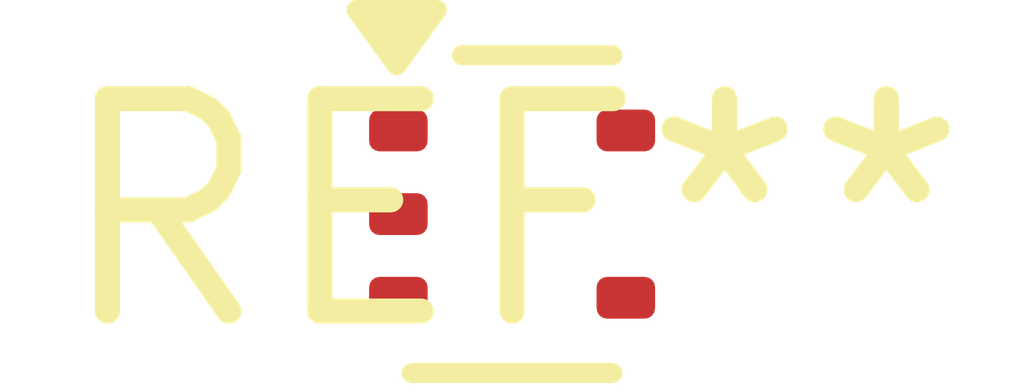
<source format=kicad_pcb>
(kicad_pcb (version 20240108) (generator pcbnew)
  (layers (0 "F.Cu" signal) (31 "B.Cu" signal) (34 "B.Paste" user) (35 "F.Paste" user) (36 "B.SilkS" user "B.Silkscreen") (37 "F.SilkS" user "F.Silkscreen") (38 "B.Mask" user) (39 "F.Mask" user) (44 "Edge.Cuts" user))
  (net 0 "")
  (footprint "VSOF5" (layer "F.Cu") (at 0 0)
    (property "Reference" "REF**")
    (property "Value" "VSOF5")
    (fp_line (start -0.6 0.95) (end 0.6 0.95) (layer "F.SilkS") (stroke (width 0.12)))
    (fp_line (start -0.3 -0.95) (end 0.6 -0.95) (layer "F.SilkS") (stroke (width 0.12)))
    (fp_poly (pts (xy -0.69 -0.89) (xy -0.93 -1.22) (xy -0.45 -1.22) (xy -0.69 -0.89)) (layer "F.SilkS") (stroke (width 0.12)) (fill solid))
    (pad "1" smd roundrect (at -0.68 -0.5 270) (size 0.25 0.35) (layers "F.Cu" "F.Paste" "F.Mask"))
    (pad "2" smd roundrect (at -0.68 0 270) (size 0.25 0.35) (layers "F.Cu" "F.Paste" "F.Mask"))
    (pad "3" smd roundrect (at -0.68 0.5 270) (size 0.25 0.35) (layers "F.Cu" "F.Paste" "F.Mask"))
    (pad "4" smd roundrect (at 0.68 0.5 270) (size 0.25 0.35) (layers "F.Cu" "F.Paste" "F.Mask"))
    (pad "5" smd roundrect (at 0.68 -0.5 270) (size 0.25 0.35) (layers "F.Cu" "F.Paste" "F.Mask"))
  )
)
</source>
